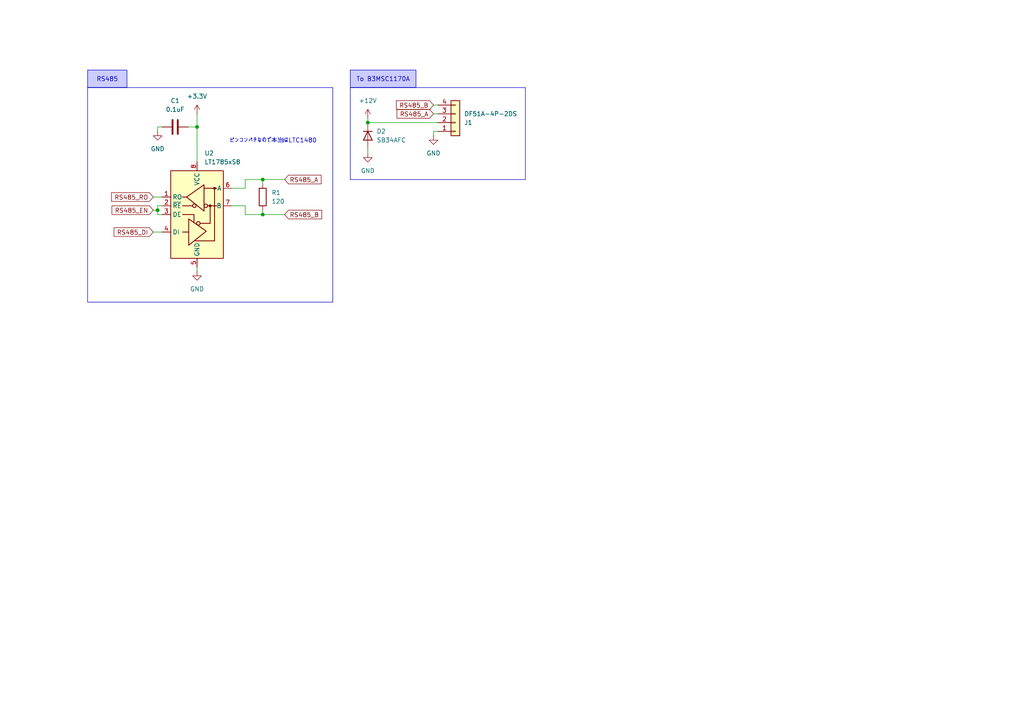
<source format=kicad_sch>
(kicad_sch (version 20250114) (generator "eeschema") (generator_version "9.0")
  (paper "A4")
  (lib_symbols
    (symbol "Connector_Generic:Conn_01x04" (pin_names (offset 1.016) (hide yes))
      (property "Reference" "J" (at 0 5.08 0))
      (property "Value" "Conn_01x04" (at 0 -7.62 0))
      (symbol "Conn_01x04_1_1"
        (rectangle (start -1.27 3.81) (end 1.27 -6.35) (stroke (width 0.254)) (fill (type background)))
        (rectangle (start -1.27 2.667) (end 0 2.413) (stroke (width 0.1524)))
        (rectangle (start -1.27 0.127) (end 0 -0.127) (stroke (width 0.1524)))
        (rectangle (start -1.27 -2.413) (end 0 -2.667) (stroke (width 0.1524)))
        (rectangle (start -1.27 -4.953) (end 0 -5.207) (stroke (width 0.1524)))
        (pin passive line (at -5.08 2.54 0) (length 3.81) (name "Pin_1") (number "1"))
        (pin passive line (at -5.08 0 0) (length 3.81) (name "Pin_2") (number "2"))
        (pin passive line (at -5.08 -2.54 0) (length 3.81) (name "Pin_3") (number "3"))
        (pin passive line (at -5.08 -5.08 0) (length 3.81) (name "Pin_4") (number "4"))
      )
    )
    (symbol "Device:C" (pin_numbers (hide yes)) (pin_names (offset 0.254))
      (property "Reference" "C" (at 0.635 2.54 0))
      (property "Value" "C" (at 0.635 -2.54 0))
      (symbol "C_0_1"
        (polyline (pts (xy -2.032 0.762) (xy 2.032 0.762)) (stroke (width 0.508)))
        (polyline (pts (xy -2.032 -0.762) (xy 2.032 -0.762)) (stroke (width 0.508)))
      )
      (symbol "C_1_1"
        (pin passive line (at 0 3.81 270) (length 2.794) (name "~") (number "1"))
        (pin passive line (at 0 -3.81 90) (length 2.794) (name "~") (number "2"))
      )
    )
    (symbol "Device:D" (pin_numbers (hide yes)) (pin_names (offset 1.016) (hide yes))
      (property "Reference" "D" (at 0 2.54 0))
      (property "Value" "D" (at 0 -2.54 0))
      (symbol "D_0_1"
        (polyline (pts (xy -1.27 1.27) (xy -1.27 -1.27)) (stroke (width 0.254)))
        (polyline (pts (xy 1.27 1.27) (xy 1.27 -1.27) (xy -1.27 0) (xy 1.27 1.27)) (stroke (width 0.254)))
        (polyline (pts (xy 1.27 0) (xy -1.27 0)))
      )
      (symbol "D_1_1"
        (pin passive line (at -3.81 0 0) (length 2.54) (name "K") (number "1"))
        (pin passive line (at 3.81 0 180) (length 2.54) (name "A") (number "2"))
      )
    )
    (symbol "Device:R" (pin_numbers (hide yes)) (pin_names (offset 0))
      (property "Reference" "R" (at 2.032 0 90))
      (property "Value" "R" (at 0 0 90))
      (symbol "R_0_1"
        (rectangle (start -1.016 -2.54) (end 1.016 2.54) (stroke (width 0.254)))
      )
      (symbol "R_1_1"
        (pin passive line (at 0 3.81 270) (length 1.27) (name "~") (number "1"))
        (pin passive line (at 0 -3.81 90) (length 1.27) (name "~") (number "2"))
      )
    )
    (symbol "Interface_UART:LT1785xS8"
      (property "Reference" "U" (at -6.985 13.97 0))
      (property "Value" "LT1785xS8" (at 7.62 13.97 0))
      (symbol "LT1785xS8_0_1"
        (rectangle (start -7.62 12.7) (end 7.62 -12.7) (stroke (width 0.254)) (fill (type background)))
        (polyline (pts (xy -4.191 2.54) (xy -1.27 2.54)) (stroke (width 0.254)))
        (polyline (pts (xy -4.191 0) (xy -0.889 0) (xy -0.889 -2.286)) (stroke (width 0.254)))
        (polyline (pts (xy -3.175 5.08) (xy -4.191 5.08) (xy -4.064 5.08)) (stroke (width 0.254)))
        (polyline (pts (xy -2.54 -5.08) (xy -4.191 -5.08)) (stroke (width 0.254)))
        (polyline (pts (xy -2.413 -5.08) (xy -2.413 -1.27) (xy 2.667 -4.826) (xy -2.413 -8.89) (xy -2.413 -5.08)) (stroke (width 0.254)))
        (polyline (pts (xy -0.635 -7.62) (xy 5.08 -7.62)) (stroke (width 0.254)))
        (circle (center 0.381 -2.54) (radius 0.508) (stroke (width 0.254)))
        (polyline (pts (xy 0.889 -2.54) (xy 3.81 -2.54)) (stroke (width 0.254)))
        (polyline (pts (xy 2.032 7.62) (xy 5.715 7.62)) (stroke (width 0.254)))
        (polyline (pts (xy 3.048 2.54) (xy 5.715 2.54)) (stroke (width 0.254)))
        (circle (center 3.81 2.54) (radius 0.2794) (stroke (width 0.254)) (fill (type outline)))
        (polyline (pts (xy 3.81 -2.54) (xy 3.81 2.54)) (stroke (width 0.254)))
        (polyline (pts (xy 5.08 -7.62) (xy 5.08 7.62)) (stroke (width 0.254)))
      )
      (symbol "LT1785xS8_1_1"
        (circle (center -0.762 2.54) (radius 0.508) (stroke (width 0.254)))
        (polyline (pts (xy 2.032 4.826) (xy 2.032 8.636) (xy -3.048 5.08) (xy 2.032 1.016) (xy 2.032 4.826)) (stroke (width 0.254)))
        (circle (center 2.54 2.54) (radius 0.508) (stroke (width 0.254)))
        (circle (center 5.08 7.62) (radius 0.2794) (stroke (width 0.254)) (fill (type outline)))
        (pin output line (at -10.16 5.08 0) (length 2.54) (name "RO") (number "1"))
        (pin input line (at -10.16 2.54 0) (length 2.54) (name "~{RE}") (number "2"))
        (pin input line (at -10.16 0 0) (length 2.54) (name "DE") (number "3"))
        (pin input line (at -10.16 -5.08 0) (length 2.54) (name "DI") (number "4"))
        (pin power_in line (at 0 15.24 270) (length 2.54) (name "VCC") (number "8"))
        (pin power_in line (at 0 -15.24 90) (length 2.54) (name "GND") (number "5"))
        (pin bidirectional line (at 10.16 7.62 180) (length 2.54) (name "A") (number "6"))
        (pin bidirectional line (at 10.16 2.54 180) (length 2.54) (name "B") (number "7"))
      )
    )
    (symbol "power:+12V" (power) (pin_numbers (hide yes)) (pin_names (offset 0) (hide yes))
      (property "Value" "+12V" (at 0 3.556 0))
      (symbol "+12V_0_1"
        (polyline (pts (xy -0.762 1.27) (xy 0 2.54)))
        (polyline (pts (xy 0 2.54) (xy 0.762 1.27)))
        (polyline (pts (xy 0 0) (xy 0 2.54)))
      )
      (symbol "+12V_1_1"
        (pin power_in line (at 0 0 90) (length 0) (name "~") (number "1"))
      )
    )
    (symbol "power:+3.3V" (power) (pin_numbers (hide yes)) (pin_names (offset 0) (hide yes))
      (property "Value" "+3.3V" (at 0 3.556 0))
      (symbol "+3.3V_0_1"
        (polyline (pts (xy -0.762 1.27) (xy 0 2.54)))
        (polyline (pts (xy 0 2.54) (xy 0.762 1.27)))
        (polyline (pts (xy 0 0) (xy 0 2.54)))
      )
      (symbol "+3.3V_1_1"
        (pin power_in line (at 0 0 90) (length 0) (name "~") (number "1"))
      )
    )
    (symbol "power:GND" (power) (pin_numbers (hide yes)) (pin_names (offset 0) (hide yes))
      (property "Value" "GND" (at 0 -3.81 0))
      (symbol "GND_0_1"
        (polyline (pts (xy 0 0) (xy 0 -1.27) (xy 1.27 -1.27) (xy 0 -2.54) (xy -1.27 -1.27) (xy 0 -1.27)))
      )
      (symbol "GND_1_1"
        (pin power_in line (at 0 0 270) (length 0) (name "~") (number "1"))
      )
    )
  )
  (rectangle (start 25.4 25.4) (end 96.52 87.63))
  (rectangle (start 101.6 25.4) (end 152.4 52.07))
  (text "ピンコンパチなので本当はLTC1480" (at 79.248 40.894 0) (effects (font (size 1.27 1.27))))
  (text_box "To B3MSC1170A" (at 101.6 20.32 0) (size 19.05 5.08) (margins 0.9525 0.9525 0.9525 0.9525) (fill (type color) (color 0 0 255 0.2)) (effects (font (size 1.27 1.27))))
  (text_box "RS485" (at 25.4 20.32 0) (size 11.43 5.08) (margins 0.9525 0.9525 0.9525 0.9525) (fill (type color) (color 0 0 255 0.2)) (effects (font (size 1.27 1.27))))
  (junction (at 57.15 36.83))
  (junction (at 45.72 60.96))
  (junction (at 76.2 62.23))
  (junction (at 106.68 35.56))
  (junction (at 76.2 52.07))
  (wire (pts (xy 45.72 59.69) (xy 45.72 60.96)))
  (wire (pts (xy 71.12 52.07) (xy 76.2 52.07)))
  (wire (pts (xy 76.2 52.07) (xy 76.2 53.34)))
  (wire (pts (xy 125.73 38.1) (xy 127 38.1)))
  (wire (pts (xy 71.12 59.69) (xy 71.12 62.23)))
  (wire (pts (xy 76.2 52.07) (xy 82.55 52.07)))
  (wire (pts (xy 44.45 57.15) (xy 46.99 57.15)))
  (wire (pts (xy 125.73 33.02) (xy 127 33.02)))
  (wire (pts (xy 45.72 38.1) (xy 45.72 36.83)))
  (wire (pts (xy 127 35.56) (xy 106.68 35.56)))
  (wire (pts (xy 125.73 30.48) (xy 127 30.48)))
  (wire (pts (xy 44.45 60.96) (xy 45.72 60.96)))
  (wire (pts (xy 71.12 54.61) (xy 71.12 52.07)))
  (wire (pts (xy 67.31 54.61) (xy 71.12 54.61)))
  (wire (pts (xy 67.31 59.69) (xy 71.12 59.69)))
  (wire (pts (xy 46.99 62.23) (xy 45.72 62.23)))
  (wire (pts (xy 57.15 36.83) (xy 57.15 46.99)))
  (wire (pts (xy 44.45 67.31) (xy 46.99 67.31)))
  (wire (pts (xy 125.73 39.37) (xy 125.73 38.1)))
  (wire (pts (xy 45.72 36.83) (xy 46.99 36.83)))
  (wire (pts (xy 106.68 35.56) (xy 106.68 34.29)))
  (wire (pts (xy 57.15 33.02) (xy 57.15 36.83)))
  (wire (pts (xy 106.68 43.18) (xy 106.68 44.45)))
  (wire (pts (xy 71.12 62.23) (xy 76.2 62.23)))
  (wire (pts (xy 76.2 60.96) (xy 76.2 62.23)))
  (wire (pts (xy 76.2 62.23) (xy 82.55 62.23)))
  (wire (pts (xy 57.15 77.47) (xy 57.15 78.74)))
  (wire (pts (xy 46.99 59.69) (xy 45.72 59.69)))
  (wire (pts (xy 45.72 60.96) (xy 45.72 62.23)))
  (wire (pts (xy 54.61 36.83) (xy 57.15 36.83)))
  (global_label "RS485_B" (shape input) (at 82.55 62.23 0) (property "Intersheetrefs" "${INTERSHEET_REFS}" (effects (hide yes))))
  (global_label "RS485_DI" (shape input) (at 44.45 67.31 180) (property "Intersheetrefs" "${INTERSHEET_REFS}" (effects (hide yes))))
  (global_label "RS485_EN" (shape input) (at 44.45 60.96 180) (property "Intersheetrefs" "${INTERSHEET_REFS}" (effects (hide yes))))
  (global_label "RS485_A" (shape input) (at 82.55 52.07 0) (property "Intersheetrefs" "${INTERSHEET_REFS}" (effects (hide yes))))
  (global_label "RS485_B" (shape input) (at 125.73 30.48 180) (property "Intersheetrefs" "${INTERSHEET_REFS}" (effects (hide yes))))
  (global_label "RS485_RO" (shape input) (at 44.45 57.15 180) (property "Intersheetrefs" "${INTERSHEET_REFS}" (effects (hide yes))))
  (global_label "RS485_A" (shape input) (at 125.73 33.02 180) (property "Intersheetrefs" "${INTERSHEET_REFS}" (effects (hide yes))))
  (symbol (lib_id "Interface_UART:LT1785xS8") (at 57.15 62.23 0) (unit 1)
    (property "Reference" "U2" (at 59.2933 44.45 0) (effects (justify left)))
    (property "Value" "LT1785xS8" (at 59.2933 46.99 0) (effects (justify left)))
    (property "Footprint" "Package_SO:SOIC-8_3.9x4.9mm_P1.27mm" (effects (hide yes)))
    (property "Datasheet" "https://www.analog.com/media/en/technical-documentation/data-sheets/1480fa.pdf" (effects (hide yes)))
    (property "Description" "RS-485, RS-422 Half duplex 250kbps transceiver, SOIC-8" (effects (hide yes)))
  )
  (symbol (lib_id "Device:R") (at 76.2 57.15 0) (unit 1)
    (property "Reference" "R1" (at 78.74 55.8799 0) (effects (justify left)))
    (property "Value" "120" (at 78.74 58.4199 0) (effects (justify left)))
    (property "Footprint" "Resistor_SMD:R_0603_1608Metric_Pad0.98x0.95mm_HandSolder" (effects (hide yes)))
    (property "Description" "Resistor" (effects (hide yes)))
  )
  (symbol (lib_id "power:GND") (at 106.68 44.45 0) (unit 1)
    (property "Reference" "#PWR011" (effects (hide yes)))
    (property "Value" "GND" (at 106.68 49.53 0))
    (property "Description" "Power symbol creates a global label with name \"GND\" , ground" (effects (hide yes)))
  )
  (symbol (lib_id "Device:D") (at 106.68 39.37 270) (unit 1)
    (property "Reference" "D2" (at 109.22 38.0999 90) (effects (justify left)))
    (property "Value" "SB34AFC" (at 109.22 40.6399 90) (effects (justify left)))
    (property "Footprint" "Diode_SMD:D_SMA_Handsoldering" (effects (hide yes)))
    (property "Datasheet" "https://akizukidenshi.com/catalog/g/g106125/" (effects (hide yes)))
    (property "Description" "Diode" (effects (hide yes)))
    (property "Sim.Device" "D" (effects (hide yes)))
    (property "Sim.Pins" "1=K 2=A" (effects (hide yes)))
  )
  (symbol (lib_id "power:GND") (at 57.15 78.74 0) (unit 1)
    (property "Reference" "#PWR07" (effects (hide yes)))
    (property "Value" "GND" (at 57.15 83.82 0))
    (property "Description" "Power symbol creates a global label with name \"GND\" , ground" (effects (hide yes)))
  )
  (symbol (lib_id "Connector_Generic:Conn_01x04") (at 132.08 35.56 0) (mirror x) (unit 1)
    (property "Reference" "J1" (at 134.62 35.5601 0) (effects (justify left)))
    (property "Value" "DF51A-4P-2DS" (at 134.62 33.0201 0) (effects (justify left)))
    (property "Footprint" "TSRP_Connector_Hirose:DF51A-4P-2DS" (effects (hide yes)))
    (property "Description" "Generic connector, single row, 01x04, script generated (kicad-library-utils/schlib/autogen/connector/)" (effects (hide yes)))
  )
  (symbol (lib_id "Device:C") (at 50.8 36.83 90) (unit 1)
    (property "Reference" "C1" (at 50.8 29.21 90))
    (property "Value" "0.1uF" (at 50.8 31.75 90))
    (property "Footprint" "Capacitor_SMD:C_0603_1608Metric_Pad1.08x0.95mm_HandSolder" (effects (hide yes)))
    (property "Datasheet" "https://akizukidenshi.com/catalog/g/g113374/" (effects (hide yes)))
    (property "Description" "Unpolarized capacitor" (effects (hide yes)))
  )
  (symbol (lib_id "power:GND") (at 125.73 39.37 0) (unit 1)
    (property "Reference" "#PWR09" (effects (hide yes)))
    (property "Value" "GND" (at 125.73 44.45 0))
    (property "Description" "Power symbol creates a global label with name \"GND\" , ground" (effects (hide yes)))
  )
  (symbol (lib_id "power:GND") (at 45.72 38.1 0) (unit 1)
    (property "Reference" "#PWR08" (effects (hide yes)))
    (property "Value" "GND" (at 45.72 43.18 0))
    (property "Description" "Power symbol creates a global label with name \"GND\" , ground" (effects (hide yes)))
  )
  (symbol (lib_id "power:+3.3V") (at 57.15 33.02 0) (unit 1)
    (property "Reference" "#PWR06" (effects (hide yes)))
    (property "Value" "+3.3V" (at 57.15 27.94 0))
    (property "Description" "Power symbol creates a global label with name \"+3.3V\"" (effects (hide yes)))
  )
  (symbol (lib_id "power:+12V") (at 106.68 34.29 0) (unit 1)
    (property "Reference" "#PWR010" (effects (hide yes)))
    (property "Value" "+12V" (at 106.68 29.21 0))
    (property "Description" "Power symbol creates a global label with name \"+12V\"" (effects (hide yes)))
  )
)
</source>
